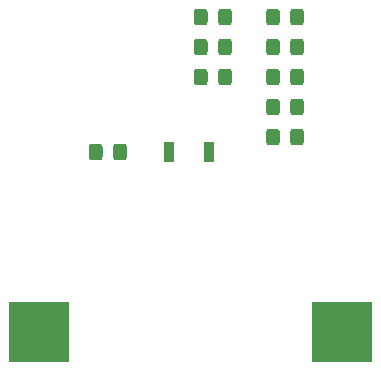
<source format=gbr>
%TF.GenerationSoftware,KiCad,Pcbnew,(5.1.6)-1*%
%TF.CreationDate,2021-01-16T18:50:24+01:00*%
%TF.ProjectId,Snowman_Earring,536e6f77-6d61-46e5-9f45-617272696e67,rev?*%
%TF.SameCoordinates,Original*%
%TF.FileFunction,Paste,Bot*%
%TF.FilePolarity,Positive*%
%FSLAX46Y46*%
G04 Gerber Fmt 4.6, Leading zero omitted, Abs format (unit mm)*
G04 Created by KiCad (PCBNEW (5.1.6)-1) date 2021-01-16 18:50:24*
%MOMM*%
%LPD*%
G01*
G04 APERTURE LIST*
%ADD10R,5.100000X5.100000*%
%ADD11R,0.900000X1.700000*%
G04 APERTURE END LIST*
%TO.C,R0*%
G36*
G01*
X94430000Y-75380001D02*
X94430000Y-74479999D01*
G75*
G02*
X94679999Y-74230000I249999J0D01*
G01*
X95330001Y-74230000D01*
G75*
G02*
X95580000Y-74479999I0J-249999D01*
G01*
X95580000Y-75380001D01*
G75*
G02*
X95330001Y-75630000I-249999J0D01*
G01*
X94679999Y-75630000D01*
G75*
G02*
X94430000Y-75380001I0J249999D01*
G01*
G37*
G36*
G01*
X92380000Y-75380001D02*
X92380000Y-74479999D01*
G75*
G02*
X92629999Y-74230000I249999J0D01*
G01*
X93280001Y-74230000D01*
G75*
G02*
X93530000Y-74479999I0J-249999D01*
G01*
X93530000Y-75380001D01*
G75*
G02*
X93280001Y-75630000I-249999J0D01*
G01*
X92629999Y-75630000D01*
G75*
G02*
X92380000Y-75380001I0J249999D01*
G01*
G37*
%TD*%
%TO.C,R8*%
G36*
G01*
X109425000Y-63950001D02*
X109425000Y-63049999D01*
G75*
G02*
X109674999Y-62800000I249999J0D01*
G01*
X110325001Y-62800000D01*
G75*
G02*
X110575000Y-63049999I0J-249999D01*
G01*
X110575000Y-63950001D01*
G75*
G02*
X110325001Y-64200000I-249999J0D01*
G01*
X109674999Y-64200000D01*
G75*
G02*
X109425000Y-63950001I0J249999D01*
G01*
G37*
G36*
G01*
X107375000Y-63950001D02*
X107375000Y-63049999D01*
G75*
G02*
X107624999Y-62800000I249999J0D01*
G01*
X108275001Y-62800000D01*
G75*
G02*
X108525000Y-63049999I0J-249999D01*
G01*
X108525000Y-63950001D01*
G75*
G02*
X108275001Y-64200000I-249999J0D01*
G01*
X107624999Y-64200000D01*
G75*
G02*
X107375000Y-63950001I0J249999D01*
G01*
G37*
%TD*%
%TO.C,R7*%
G36*
G01*
X109425000Y-66490001D02*
X109425000Y-65589999D01*
G75*
G02*
X109674999Y-65340000I249999J0D01*
G01*
X110325001Y-65340000D01*
G75*
G02*
X110575000Y-65589999I0J-249999D01*
G01*
X110575000Y-66490001D01*
G75*
G02*
X110325001Y-66740000I-249999J0D01*
G01*
X109674999Y-66740000D01*
G75*
G02*
X109425000Y-66490001I0J249999D01*
G01*
G37*
G36*
G01*
X107375000Y-66490001D02*
X107375000Y-65589999D01*
G75*
G02*
X107624999Y-65340000I249999J0D01*
G01*
X108275001Y-65340000D01*
G75*
G02*
X108525000Y-65589999I0J-249999D01*
G01*
X108525000Y-66490001D01*
G75*
G02*
X108275001Y-66740000I-249999J0D01*
G01*
X107624999Y-66740000D01*
G75*
G02*
X107375000Y-66490001I0J249999D01*
G01*
G37*
%TD*%
%TO.C,R6*%
G36*
G01*
X109425000Y-69030001D02*
X109425000Y-68129999D01*
G75*
G02*
X109674999Y-67880000I249999J0D01*
G01*
X110325001Y-67880000D01*
G75*
G02*
X110575000Y-68129999I0J-249999D01*
G01*
X110575000Y-69030001D01*
G75*
G02*
X110325001Y-69280000I-249999J0D01*
G01*
X109674999Y-69280000D01*
G75*
G02*
X109425000Y-69030001I0J249999D01*
G01*
G37*
G36*
G01*
X107375000Y-69030001D02*
X107375000Y-68129999D01*
G75*
G02*
X107624999Y-67880000I249999J0D01*
G01*
X108275001Y-67880000D01*
G75*
G02*
X108525000Y-68129999I0J-249999D01*
G01*
X108525000Y-69030001D01*
G75*
G02*
X108275001Y-69280000I-249999J0D01*
G01*
X107624999Y-69280000D01*
G75*
G02*
X107375000Y-69030001I0J249999D01*
G01*
G37*
%TD*%
%TO.C,R5*%
G36*
G01*
X109425000Y-71570001D02*
X109425000Y-70669999D01*
G75*
G02*
X109674999Y-70420000I249999J0D01*
G01*
X110325001Y-70420000D01*
G75*
G02*
X110575000Y-70669999I0J-249999D01*
G01*
X110575000Y-71570001D01*
G75*
G02*
X110325001Y-71820000I-249999J0D01*
G01*
X109674999Y-71820000D01*
G75*
G02*
X109425000Y-71570001I0J249999D01*
G01*
G37*
G36*
G01*
X107375000Y-71570001D02*
X107375000Y-70669999D01*
G75*
G02*
X107624999Y-70420000I249999J0D01*
G01*
X108275001Y-70420000D01*
G75*
G02*
X108525000Y-70669999I0J-249999D01*
G01*
X108525000Y-71570001D01*
G75*
G02*
X108275001Y-71820000I-249999J0D01*
G01*
X107624999Y-71820000D01*
G75*
G02*
X107375000Y-71570001I0J249999D01*
G01*
G37*
%TD*%
%TO.C,R4*%
G36*
G01*
X109425000Y-74110001D02*
X109425000Y-73209999D01*
G75*
G02*
X109674999Y-72960000I249999J0D01*
G01*
X110325001Y-72960000D01*
G75*
G02*
X110575000Y-73209999I0J-249999D01*
G01*
X110575000Y-74110001D01*
G75*
G02*
X110325001Y-74360000I-249999J0D01*
G01*
X109674999Y-74360000D01*
G75*
G02*
X109425000Y-74110001I0J249999D01*
G01*
G37*
G36*
G01*
X107375000Y-74110001D02*
X107375000Y-73209999D01*
G75*
G02*
X107624999Y-72960000I249999J0D01*
G01*
X108275001Y-72960000D01*
G75*
G02*
X108525000Y-73209999I0J-249999D01*
G01*
X108525000Y-74110001D01*
G75*
G02*
X108275001Y-74360000I-249999J0D01*
G01*
X107624999Y-74360000D01*
G75*
G02*
X107375000Y-74110001I0J249999D01*
G01*
G37*
%TD*%
%TO.C,R3*%
G36*
G01*
X103320000Y-69030001D02*
X103320000Y-68129999D01*
G75*
G02*
X103569999Y-67880000I249999J0D01*
G01*
X104220001Y-67880000D01*
G75*
G02*
X104470000Y-68129999I0J-249999D01*
G01*
X104470000Y-69030001D01*
G75*
G02*
X104220001Y-69280000I-249999J0D01*
G01*
X103569999Y-69280000D01*
G75*
G02*
X103320000Y-69030001I0J249999D01*
G01*
G37*
G36*
G01*
X101270000Y-69030001D02*
X101270000Y-68129999D01*
G75*
G02*
X101519999Y-67880000I249999J0D01*
G01*
X102170001Y-67880000D01*
G75*
G02*
X102420000Y-68129999I0J-249999D01*
G01*
X102420000Y-69030001D01*
G75*
G02*
X102170001Y-69280000I-249999J0D01*
G01*
X101519999Y-69280000D01*
G75*
G02*
X101270000Y-69030001I0J249999D01*
G01*
G37*
%TD*%
%TO.C,R2*%
G36*
G01*
X103320000Y-66490001D02*
X103320000Y-65589999D01*
G75*
G02*
X103569999Y-65340000I249999J0D01*
G01*
X104220001Y-65340000D01*
G75*
G02*
X104470000Y-65589999I0J-249999D01*
G01*
X104470000Y-66490001D01*
G75*
G02*
X104220001Y-66740000I-249999J0D01*
G01*
X103569999Y-66740000D01*
G75*
G02*
X103320000Y-66490001I0J249999D01*
G01*
G37*
G36*
G01*
X101270000Y-66490001D02*
X101270000Y-65589999D01*
G75*
G02*
X101519999Y-65340000I249999J0D01*
G01*
X102170001Y-65340000D01*
G75*
G02*
X102420000Y-65589999I0J-249999D01*
G01*
X102420000Y-66490001D01*
G75*
G02*
X102170001Y-66740000I-249999J0D01*
G01*
X101519999Y-66740000D01*
G75*
G02*
X101270000Y-66490001I0J249999D01*
G01*
G37*
%TD*%
%TO.C,R1*%
G36*
G01*
X103320000Y-63950001D02*
X103320000Y-63049999D01*
G75*
G02*
X103569999Y-62800000I249999J0D01*
G01*
X104220001Y-62800000D01*
G75*
G02*
X104470000Y-63049999I0J-249999D01*
G01*
X104470000Y-63950001D01*
G75*
G02*
X104220001Y-64200000I-249999J0D01*
G01*
X103569999Y-64200000D01*
G75*
G02*
X103320000Y-63950001I0J249999D01*
G01*
G37*
G36*
G01*
X101270000Y-63950001D02*
X101270000Y-63049999D01*
G75*
G02*
X101519999Y-62800000I249999J0D01*
G01*
X102170001Y-62800000D01*
G75*
G02*
X102420000Y-63049999I0J-249999D01*
G01*
X102420000Y-63950001D01*
G75*
G02*
X102170001Y-64200000I-249999J0D01*
G01*
X101519999Y-64200000D01*
G75*
G02*
X101270000Y-63950001I0J249999D01*
G01*
G37*
%TD*%
D10*
%TO.C,BT1*%
X113765001Y-90170000D03*
X88165001Y-90170000D03*
%TD*%
D11*
%TO.C,SW1*%
X99161649Y-74930000D03*
X102561649Y-74930000D03*
%TD*%
M02*

</source>
